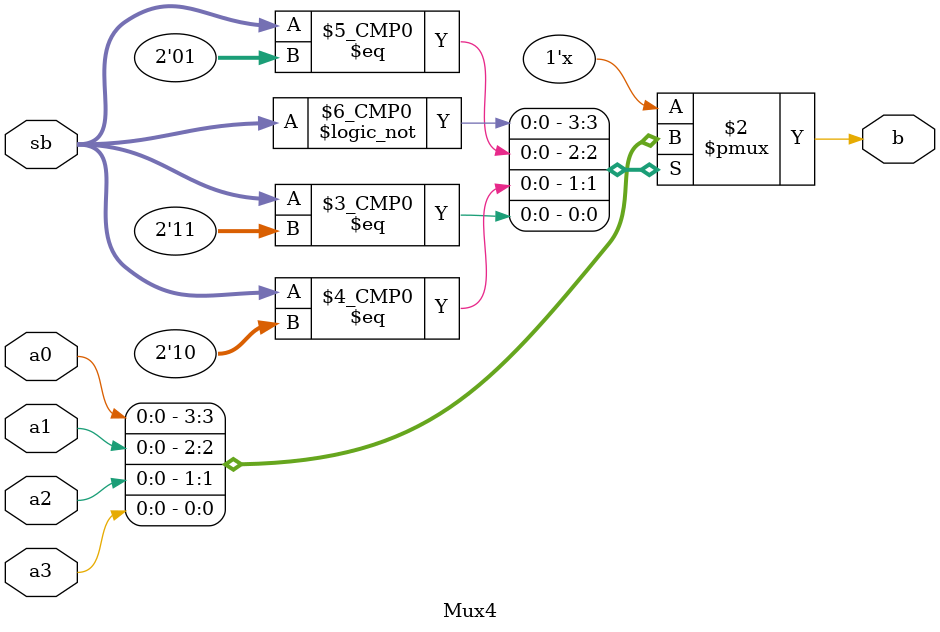
<source format=v>
module datapath(datapath_out, mdata, sximm5, sximm8, PC, vsel, readnum, writenum, loada, loadb, loadc, loads, ALUop, write, shift, asel, bsel, clk, Z_out,program_wire);

  input asel, bsel, clk, write, loada, loadb, loadc, loads;
  input [1:0] vsel;
  input [2:0] writenum, readnum;
  input [1:0] ALUop, shift;
  input [15:0] sximm5, sximm8, mdata;

  output [15:0] datapath_out;
  output[2:0] Z_out;
  output [15:0] program_wire;

 wire [15:0] program_wire;
  wire [15:0] data_in;
  wire [15:0] data_out, loada_out, in, sout, Ain, Bin, out;
  wire Z;
  wire V;
  wire N;

  input [8:0] PC;
  assign program_wire=data_out;
  Mux4 #(16) muxdatain(mdata, sximm8, {8'b0, PC}, datapath_out,vsel,data_in);
  regfile REGFILE(data_in,writenum,write,readnum,clk,data_out);
  vDFF1 #(16) loadaF(clk,loada, data_out, loada_out);
  Mux2 #(16) muxain(16'b0,loada_out,asel,Ain);
  vDFF1 #(16) loadbF(clk,loadb, data_out, in);
  shifter U1(in,shift,sout);
  Mux2 #(16) muxbin(sximm5,sout,bsel,Bin);
  ALU U2(Ain,Bin,ALUop,out,Z,V,N);
  vDFF1 #(16) loadcF(clk,loadc, out, datapath_out);
  vDFF1 #(3) loadsF(clk,loads, {Z,V,N}, Z_out);

endmodule

module vDFF1(clk, load, in, out);
  parameter n = 1;  // width
  input clk, load;
  input [n-1:0] in;
  output [n-1:0] out;
  reg [n-1:0] out;
  wire [n-1:0] next_out;

  assign next_out = (load ? in : out);

  always @(posedge clk)
    out = next_out;
endmodule 

module Mux2(a1, a0, sb, b) ;
  parameter k = 1;
  input [k-1:0] a0, a1;  // inputs
  input sb;          // binary select
  output[k-1:0] b;
  reg[k-1:0] b;
  always @(*) begin
   case(sb)
    0: b = a0;
    1: b = a1;
    default: b = {k{1'bx}};
   endcase
  end  
endmodule

//Mux 4 input binary select
module Mux4(a3, a2, a1, a0, sb, b) ;
  parameter k = 1;
  input [k-1:0] a0, a1, a2, a3;  // inputs
  input [1:0]   sb;          // binary select
  output[k-1:0] b;
  reg[k-1:0] b;

  always @(*) begin
   case(sb)
    2'b00: b = a0;
    2'b01: b = a1;
    2'b10: b = a2;
    2'b11: b = a3;
    default: b = {k{1'bx}};
   endcase
  end
endmodule

</source>
